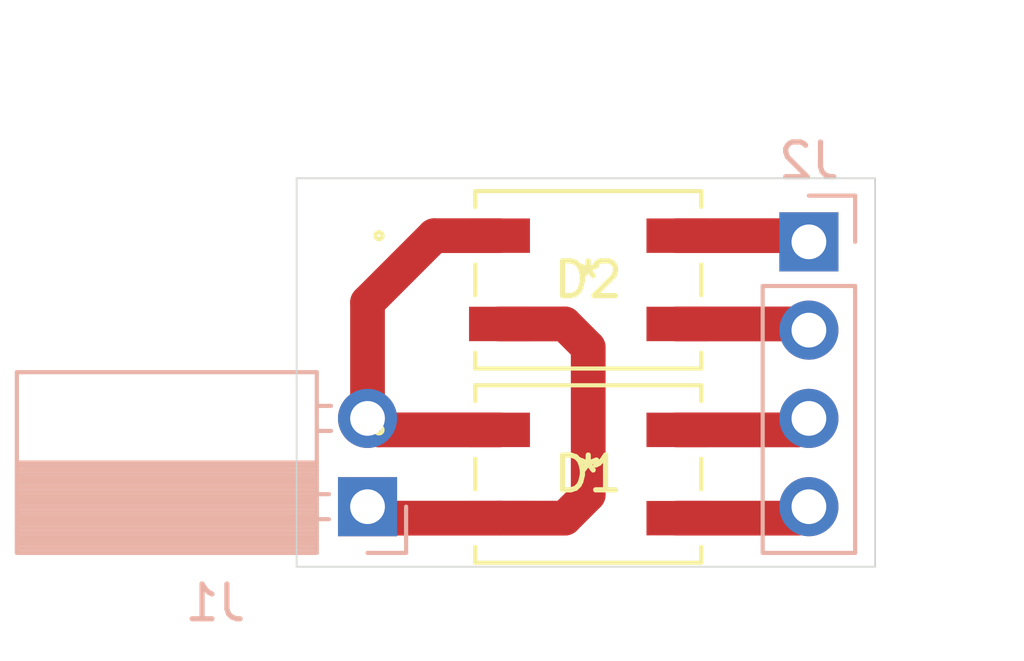
<source format=kicad_pcb>
(kicad_pcb (version 20171130) (host pcbnew 5.1.5+dfsg1-2build2)

  (general
    (thickness 1.6)
    (drawings 4)
    (tracks 20)
    (zones 0)
    (modules 4)
    (nets 7)
  )

  (page A4)
  (layers
    (0 F.Cu signal)
    (31 B.Cu signal)
    (32 B.Adhes user)
    (33 F.Adhes user)
    (34 B.Paste user)
    (35 F.Paste user)
    (36 B.SilkS user)
    (37 F.SilkS user)
    (38 B.Mask user)
    (39 F.Mask user)
    (40 Dwgs.User user)
    (41 Cmts.User user hide)
    (42 Eco1.User user)
    (43 Eco2.User user)
    (44 Edge.Cuts user)
    (45 Margin user)
    (46 B.CrtYd user)
    (47 F.CrtYd user)
    (48 B.Fab user)
    (49 F.Fab user)
  )

  (setup
    (last_trace_width 1)
    (user_trace_width 1)
    (trace_clearance 0.2)
    (zone_clearance 0.508)
    (zone_45_only no)
    (trace_min 0.2)
    (via_size 0.8)
    (via_drill 0.4)
    (via_min_size 0.4)
    (via_min_drill 0.3)
    (uvia_size 0.3)
    (uvia_drill 0.1)
    (uvias_allowed no)
    (uvia_min_size 0.2)
    (uvia_min_drill 0.1)
    (edge_width 0.05)
    (segment_width 0.2)
    (pcb_text_width 0.3)
    (pcb_text_size 1.5 1.5)
    (mod_edge_width 0.12)
    (mod_text_size 1 1)
    (mod_text_width 0.15)
    (pad_size 1.524 1.524)
    (pad_drill 0.762)
    (pad_to_mask_clearance 0.051)
    (solder_mask_min_width 0.25)
    (aux_axis_origin 0 0)
    (visible_elements FFFFFF7F)
    (pcbplotparams
      (layerselection 0x010fc_ffffffff)
      (usegerberextensions false)
      (usegerberattributes false)
      (usegerberadvancedattributes false)
      (creategerberjobfile false)
      (excludeedgelayer true)
      (linewidth 0.100000)
      (plotframeref false)
      (viasonmask false)
      (mode 1)
      (useauxorigin false)
      (hpglpennumber 1)
      (hpglpenspeed 20)
      (hpglpendiameter 15.000000)
      (psnegative false)
      (psa4output false)
      (plotreference true)
      (plotvalue true)
      (plotinvisibletext false)
      (padsonsilk false)
      (subtractmaskfromsilk false)
      (outputformat 1)
      (mirror false)
      (drillshape 1)
      (scaleselection 1)
      (outputdirectory ""))
  )

  (net 0 "")
  (net 1 POE+)
  (net 2 POE-)
  (net 3 "Net-(D1-Pad3)")
  (net 4 "Net-(D1-Pad2)")
  (net 5 "Net-(D2-Pad2)")
  (net 6 "Net-(D2-Pad3)")

  (net_class Default "This is the default net class."
    (clearance 0.2)
    (trace_width 0.25)
    (via_dia 0.8)
    (via_drill 0.4)
    (uvia_dia 0.3)
    (uvia_drill 0.1)
    (add_net "Net-(D1-Pad2)")
    (add_net "Net-(D1-Pad3)")
    (add_net "Net-(D2-Pad2)")
    (add_net "Net-(D2-Pad3)")
    (add_net POE+)
    (add_net POE-)
  )

  (module cd-hd2004:CD-HD2004 (layer F.Cu) (tedit 0) (tstamp 639B009E)
    (at 148.59 106.68)
    (path /639AA6E3)
    (fp_text reference D1 (at 0 0) (layer F.SilkS)
      (effects (font (size 1 1) (thickness 0.15)))
    )
    (fp_text value D_Bridge_+AA- (at 0 0) (layer F.SilkS) hide
      (effects (font (size 1 1) (thickness 0.15)))
    )
    (fp_text user "Copyright 2021 Accelerated Designs. All rights reserved." (at 0 0) (layer Cmts.User)
      (effects (font (size 0.127 0.127) (thickness 0.002)))
    )
    (fp_text user * (at 0 0) (layer F.SilkS)
      (effects (font (size 1 1) (thickness 0.15)))
    )
    (fp_text user * (at 0 0) (layer F.Fab)
      (effects (font (size 1 1) (thickness 0.15)))
    )
    (fp_text user 0.1in/2.54mm (at -5.6007 0) (layer Cmts.User)
      (effects (font (size 1 1) (thickness 0.15)))
    )
    (fp_text user 0.039in/0.991mm (at 5.6007 -1.27) (layer Cmts.User)
      (effects (font (size 1 1) (thickness 0.15)))
    )
    (fp_text user 0.201in/5.105mm (at 0 -4.8387) (layer Cmts.User)
      (effects (font (size 1 1) (thickness 0.15)))
    )
    (fp_text user 0.069in/1.753mm (at -2.5527 4.2037) (layer Cmts.User)
      (effects (font (size 1 1) (thickness 0.15)))
    )
    (fp_line (start -3.683 2.0193) (end -3.683 -2.0193) (layer F.CrtYd) (width 0.05))
    (fp_line (start -3.683 -2.0193) (end -3.3782 -2.0193) (layer F.CrtYd) (width 0.05))
    (fp_line (start 3.683 -2.0193) (end 3.3782 -2.0193) (layer F.CrtYd) (width 0.05))
    (fp_line (start 3.683 -2.0193) (end 3.683 2.0193) (layer F.CrtYd) (width 0.05))
    (fp_line (start 3.683 2.0193) (end 3.3782 2.0193) (layer F.CrtYd) (width 0.05))
    (fp_line (start -3.683 2.0193) (end -3.3782 2.0193) (layer F.CrtYd) (width 0.05))
    (fp_line (start -3.3782 2.6797) (end -3.3782 2.0193) (layer F.CrtYd) (width 0.05))
    (fp_line (start -3.3782 -2.0193) (end -3.3782 -2.6797) (layer F.CrtYd) (width 0.05))
    (fp_line (start -3.3782 -2.6797) (end 3.3782 -2.6797) (layer F.CrtYd) (width 0.05))
    (fp_line (start 3.3782 -2.6797) (end 3.3782 -2.0193) (layer F.CrtYd) (width 0.05))
    (fp_line (start 3.3782 2.0193) (end 3.3782 2.6797) (layer F.CrtYd) (width 0.05))
    (fp_line (start 3.3782 2.6797) (end -3.3782 2.6797) (layer F.CrtYd) (width 0.05))
    (fp_line (start -3.1242 -1.27) (end -3.1242 -8.001) (layer Cmts.User) (width 0.1))
    (fp_line (start 3.1242 -1.27) (end 3.1242 -8.001) (layer Cmts.User) (width 0.1))
    (fp_line (start -3.1242 -7.62) (end 3.1242 -7.62) (layer Cmts.User) (width 0.1))
    (fp_line (start -3.1242 -7.62) (end -2.8702 -7.747) (layer Cmts.User) (width 0.1))
    (fp_line (start -3.1242 -7.62) (end -2.8702 -7.493) (layer Cmts.User) (width 0.1))
    (fp_line (start -2.8702 -7.747) (end -2.8702 -7.493) (layer Cmts.User) (width 0.1))
    (fp_line (start 3.1242 -7.62) (end 2.8702 -7.747) (layer Cmts.User) (width 0.1))
    (fp_line (start 3.1242 -7.62) (end 2.8702 -7.493) (layer Cmts.User) (width 0.1))
    (fp_line (start 2.8702 -7.747) (end 2.8702 -7.493) (layer Cmts.User) (width 0.1))
    (fp_line (start -3.1242 -1.27) (end -3.1242 -4.191) (layer Cmts.User) (width 0.1))
    (fp_line (start -1.6764 -1.27) (end -1.6764 -4.191) (layer Cmts.User) (width 0.1))
    (fp_line (start -3.1242 -3.81) (end -4.3942 -3.81) (layer Cmts.User) (width 0.1))
    (fp_line (start -1.6764 -3.81) (end -0.4064 -3.81) (layer Cmts.User) (width 0.1))
    (fp_line (start -3.1242 -3.81) (end -3.3782 -3.937) (layer Cmts.User) (width 0.1))
    (fp_line (start -3.1242 -3.81) (end -3.3782 -3.683) (layer Cmts.User) (width 0.1))
    (fp_line (start -3.3782 -3.937) (end -3.3782 -3.683) (layer Cmts.User) (width 0.1))
    (fp_line (start -1.6764 -3.81) (end -1.4224 -3.937) (layer Cmts.User) (width 0.1))
    (fp_line (start -1.6764 -3.81) (end -1.4224 -3.683) (layer Cmts.User) (width 0.1))
    (fp_line (start -1.4224 -3.937) (end -1.4224 -3.683) (layer Cmts.User) (width 0.1))
    (fp_line (start -2.5527 -1.27) (end -5.4737 -1.27) (layer Cmts.User) (width 0.1))
    (fp_line (start -2.5527 1.27) (end -5.4737 1.27) (layer Cmts.User) (width 0.1))
    (fp_line (start -5.0927 -1.27) (end -5.0927 -2.54) (layer Cmts.User) (width 0.1))
    (fp_line (start -5.0927 1.27) (end -5.0927 2.54) (layer Cmts.User) (width 0.1))
    (fp_line (start -5.0927 -1.27) (end -5.2197 -1.524) (layer Cmts.User) (width 0.1))
    (fp_line (start -5.0927 -1.27) (end -4.9657 -1.524) (layer Cmts.User) (width 0.1))
    (fp_line (start -5.2197 -1.524) (end -4.9657 -1.524) (layer Cmts.User) (width 0.1))
    (fp_line (start -5.0927 1.27) (end -5.2197 1.524) (layer Cmts.User) (width 0.1))
    (fp_line (start -5.0927 1.27) (end -4.9657 1.524) (layer Cmts.User) (width 0.1))
    (fp_line (start -5.2197 1.524) (end -4.9657 1.524) (layer Cmts.User) (width 0.1))
    (fp_line (start 3.1242 -2.4257) (end 5.4737 -2.4257) (layer Cmts.User) (width 0.1))
    (fp_line (start 3.1242 2.4257) (end 5.4737 2.4257) (layer Cmts.User) (width 0.1))
    (fp_line (start 5.0927 -2.4257) (end 5.0927 2.4257) (layer Cmts.User) (width 0.1))
    (fp_line (start 5.0927 -2.4257) (end 4.9657 -2.1717) (layer Cmts.User) (width 0.1))
    (fp_line (start 5.0927 -2.4257) (end 5.2197 -2.1717) (layer Cmts.User) (width 0.1))
    (fp_line (start 4.9657 -2.1717) (end 5.2197 -2.1717) (layer Cmts.User) (width 0.1))
    (fp_line (start 5.0927 2.4257) (end 4.9657 2.1717) (layer Cmts.User) (width 0.1))
    (fp_line (start 5.0927 2.4257) (end 5.2197 2.1717) (layer Cmts.User) (width 0.1))
    (fp_line (start 4.9657 2.1717) (end 5.2197 2.1717) (layer Cmts.User) (width 0.1))
    (fp_line (start -3.1242 2.4257) (end -3.1242 5.3467) (layer Cmts.User) (width 0.1))
    (fp_line (start 3.1242 2.4257) (end 3.1242 5.3467) (layer Cmts.User) (width 0.1))
    (fp_line (start -3.1242 4.9657) (end 3.1242 4.9657) (layer Cmts.User) (width 0.1))
    (fp_line (start -3.1242 4.9657) (end -2.8702 4.8387) (layer Cmts.User) (width 0.1))
    (fp_line (start -3.1242 4.9657) (end -2.8702 5.0927) (layer Cmts.User) (width 0.1))
    (fp_line (start -2.8702 4.8387) (end -2.8702 5.0927) (layer Cmts.User) (width 0.1))
    (fp_line (start 3.1242 4.9657) (end 2.8702 4.8387) (layer Cmts.User) (width 0.1))
    (fp_line (start 3.1242 4.9657) (end 2.8702 5.0927) (layer Cmts.User) (width 0.1))
    (fp_line (start 2.8702 4.8387) (end 2.8702 5.0927) (layer Cmts.User) (width 0.1))
    (fp_line (start -3.2512 2.5527) (end 3.2512 2.5527) (layer F.SilkS) (width 0.12))
    (fp_line (start 3.2512 2.5527) (end 3.2512 2.09804) (layer F.SilkS) (width 0.12))
    (fp_line (start 3.2512 -2.5527) (end -3.2512 -2.5527) (layer F.SilkS) (width 0.12))
    (fp_line (start -3.2512 -2.5527) (end -3.2512 -2.09804) (layer F.SilkS) (width 0.12))
    (fp_line (start -3.1242 2.4257) (end 3.1242 2.4257) (layer F.Fab) (width 0.1))
    (fp_line (start 3.1242 2.4257) (end 3.1242 -2.4257) (layer F.Fab) (width 0.1))
    (fp_line (start 3.1242 -2.4257) (end -3.1242 -2.4257) (layer F.Fab) (width 0.1))
    (fp_line (start -3.1242 -2.4257) (end -3.1242 2.4257) (layer F.Fab) (width 0.1))
    (fp_line (start -3.2512 -0.44196) (end -3.2512 0.44196) (layer F.SilkS) (width 0.12))
    (fp_line (start -3.2512 2.09804) (end -3.2512 2.5527) (layer F.SilkS) (width 0.12))
    (fp_line (start 3.2512 0.44196) (end 3.2512 -0.44196) (layer F.SilkS) (width 0.12))
    (fp_line (start 3.2512 -2.09804) (end 3.2512 -2.5527) (layer F.SilkS) (width 0.12))
    (fp_line (start -3.683 2.0193) (end -3.683 -2.0193) (layer F.CrtYd) (width 0.05))
    (fp_line (start -3.683 -2.0193) (end -3.3782 -2.0193) (layer F.CrtYd) (width 0.05))
    (fp_line (start -3.3782 -2.0193) (end -3.3782 -2.6797) (layer F.CrtYd) (width 0.05))
    (fp_line (start -3.3782 -2.6797) (end 3.3782 -2.6797) (layer F.CrtYd) (width 0.05))
    (fp_line (start 3.3782 -2.6797) (end 3.3782 -2.0193) (layer F.CrtYd) (width 0.05))
    (fp_line (start 3.3782 -2.0193) (end 3.683 -2.0193) (layer F.CrtYd) (width 0.05))
    (fp_line (start 3.683 -2.0193) (end 3.683 2.0193) (layer F.CrtYd) (width 0.05))
    (fp_line (start 3.683 2.0193) (end 3.3782 2.0193) (layer F.CrtYd) (width 0.05))
    (fp_line (start 3.3782 2.0193) (end 3.3782 2.6797) (layer F.CrtYd) (width 0.05))
    (fp_line (start 3.3782 2.6797) (end -3.3782 2.6797) (layer F.CrtYd) (width 0.05))
    (fp_line (start -3.3782 2.6797) (end -3.3782 2.0193) (layer F.CrtYd) (width 0.05))
    (fp_line (start -3.3782 2.0193) (end -3.683 2.0193) (layer F.CrtYd) (width 0.05))
    (fp_arc (start 0 -2.4257) (end -0.3048 -2.4257) (angle -180) (layer F.Fab) (width 0.1))
    (fp_circle (center -6.0198 -1.27) (end -5.9182 -1.27) (layer F.SilkS) (width 0.12))
    (fp_circle (center -1.6764 -1.27) (end -1.6002 -1.27) (layer F.Fab) (width 0.1))
    (pad 1 smd rect (at -2.5527 -1.27) (size 1.7526 0.9906) (layers F.Cu F.Paste F.Mask)
      (net 1 POE+))
    (pad 4 smd rect (at -2.5527 1.27) (size 1.7526 0.9906) (layers F.Cu F.Paste F.Mask)
      (net 2 POE-))
    (pad 3 smd rect (at 2.5527 1.27) (size 1.7526 0.9906) (layers F.Cu F.Paste F.Mask)
      (net 3 "Net-(D1-Pad3)"))
    (pad 2 smd rect (at 2.5527 -1.27) (size 1.7526 0.9906) (layers F.Cu F.Paste F.Mask)
      (net 4 "Net-(D1-Pad2)"))
  )

  (module cd-hd2004:CD-HD2004 (layer F.Cu) (tedit 0) (tstamp 639B1304)
    (at 148.59 101.092)
    (path /639AAAC7)
    (fp_text reference D2 (at 0 0) (layer F.SilkS)
      (effects (font (size 1 1) (thickness 0.15)))
    )
    (fp_text value D_Bridge_+AA- (at 0 0) (layer F.SilkS) hide
      (effects (font (size 1 1) (thickness 0.15)))
    )
    (fp_circle (center -1.6764 -1.27) (end -1.6002 -1.27) (layer F.Fab) (width 0.1))
    (fp_circle (center -6.0198 -1.27) (end -5.9182 -1.27) (layer F.SilkS) (width 0.12))
    (fp_arc (start 0 -2.4257) (end -0.3048 -2.4257) (angle -180) (layer F.Fab) (width 0.1))
    (fp_line (start -3.3782 2.0193) (end -3.683 2.0193) (layer F.CrtYd) (width 0.05))
    (fp_line (start -3.3782 2.6797) (end -3.3782 2.0193) (layer F.CrtYd) (width 0.05))
    (fp_line (start 3.3782 2.6797) (end -3.3782 2.6797) (layer F.CrtYd) (width 0.05))
    (fp_line (start 3.3782 2.0193) (end 3.3782 2.6797) (layer F.CrtYd) (width 0.05))
    (fp_line (start 3.683 2.0193) (end 3.3782 2.0193) (layer F.CrtYd) (width 0.05))
    (fp_line (start 3.683 -2.0193) (end 3.683 2.0193) (layer F.CrtYd) (width 0.05))
    (fp_line (start 3.3782 -2.0193) (end 3.683 -2.0193) (layer F.CrtYd) (width 0.05))
    (fp_line (start 3.3782 -2.6797) (end 3.3782 -2.0193) (layer F.CrtYd) (width 0.05))
    (fp_line (start -3.3782 -2.6797) (end 3.3782 -2.6797) (layer F.CrtYd) (width 0.05))
    (fp_line (start -3.3782 -2.0193) (end -3.3782 -2.6797) (layer F.CrtYd) (width 0.05))
    (fp_line (start -3.683 -2.0193) (end -3.3782 -2.0193) (layer F.CrtYd) (width 0.05))
    (fp_line (start -3.683 2.0193) (end -3.683 -2.0193) (layer F.CrtYd) (width 0.05))
    (fp_line (start 3.2512 -2.09804) (end 3.2512 -2.5527) (layer F.SilkS) (width 0.12))
    (fp_line (start 3.2512 0.44196) (end 3.2512 -0.44196) (layer F.SilkS) (width 0.12))
    (fp_line (start -3.2512 2.09804) (end -3.2512 2.5527) (layer F.SilkS) (width 0.12))
    (fp_line (start -3.2512 -0.44196) (end -3.2512 0.44196) (layer F.SilkS) (width 0.12))
    (fp_line (start -3.1242 -2.4257) (end -3.1242 2.4257) (layer F.Fab) (width 0.1))
    (fp_line (start 3.1242 -2.4257) (end -3.1242 -2.4257) (layer F.Fab) (width 0.1))
    (fp_line (start 3.1242 2.4257) (end 3.1242 -2.4257) (layer F.Fab) (width 0.1))
    (fp_line (start -3.1242 2.4257) (end 3.1242 2.4257) (layer F.Fab) (width 0.1))
    (fp_line (start -3.2512 -2.5527) (end -3.2512 -2.09804) (layer F.SilkS) (width 0.12))
    (fp_line (start 3.2512 -2.5527) (end -3.2512 -2.5527) (layer F.SilkS) (width 0.12))
    (fp_line (start 3.2512 2.5527) (end 3.2512 2.09804) (layer F.SilkS) (width 0.12))
    (fp_line (start -3.2512 2.5527) (end 3.2512 2.5527) (layer F.SilkS) (width 0.12))
    (fp_line (start 2.8702 4.8387) (end 2.8702 5.0927) (layer Cmts.User) (width 0.1))
    (fp_line (start 3.1242 4.9657) (end 2.8702 5.0927) (layer Cmts.User) (width 0.1))
    (fp_line (start 3.1242 4.9657) (end 2.8702 4.8387) (layer Cmts.User) (width 0.1))
    (fp_line (start -2.8702 4.8387) (end -2.8702 5.0927) (layer Cmts.User) (width 0.1))
    (fp_line (start -3.1242 4.9657) (end -2.8702 5.0927) (layer Cmts.User) (width 0.1))
    (fp_line (start -3.1242 4.9657) (end -2.8702 4.8387) (layer Cmts.User) (width 0.1))
    (fp_line (start -3.1242 4.9657) (end 3.1242 4.9657) (layer Cmts.User) (width 0.1))
    (fp_line (start 3.1242 2.4257) (end 3.1242 5.3467) (layer Cmts.User) (width 0.1))
    (fp_line (start -3.1242 2.4257) (end -3.1242 5.3467) (layer Cmts.User) (width 0.1))
    (fp_line (start 4.9657 2.1717) (end 5.2197 2.1717) (layer Cmts.User) (width 0.1))
    (fp_line (start 5.0927 2.4257) (end 5.2197 2.1717) (layer Cmts.User) (width 0.1))
    (fp_line (start 5.0927 2.4257) (end 4.9657 2.1717) (layer Cmts.User) (width 0.1))
    (fp_line (start 4.9657 -2.1717) (end 5.2197 -2.1717) (layer Cmts.User) (width 0.1))
    (fp_line (start 5.0927 -2.4257) (end 5.2197 -2.1717) (layer Cmts.User) (width 0.1))
    (fp_line (start 5.0927 -2.4257) (end 4.9657 -2.1717) (layer Cmts.User) (width 0.1))
    (fp_line (start 5.0927 -2.4257) (end 5.0927 2.4257) (layer Cmts.User) (width 0.1))
    (fp_line (start 3.1242 2.4257) (end 5.4737 2.4257) (layer Cmts.User) (width 0.1))
    (fp_line (start 3.1242 -2.4257) (end 5.4737 -2.4257) (layer Cmts.User) (width 0.1))
    (fp_line (start -5.2197 1.524) (end -4.9657 1.524) (layer Cmts.User) (width 0.1))
    (fp_line (start -5.0927 1.27) (end -4.9657 1.524) (layer Cmts.User) (width 0.1))
    (fp_line (start -5.0927 1.27) (end -5.2197 1.524) (layer Cmts.User) (width 0.1))
    (fp_line (start -5.2197 -1.524) (end -4.9657 -1.524) (layer Cmts.User) (width 0.1))
    (fp_line (start -5.0927 -1.27) (end -4.9657 -1.524) (layer Cmts.User) (width 0.1))
    (fp_line (start -5.0927 -1.27) (end -5.2197 -1.524) (layer Cmts.User) (width 0.1))
    (fp_line (start -5.0927 1.27) (end -5.0927 2.54) (layer Cmts.User) (width 0.1))
    (fp_line (start -5.0927 -1.27) (end -5.0927 -2.54) (layer Cmts.User) (width 0.1))
    (fp_line (start -2.5527 1.27) (end -5.4737 1.27) (layer Cmts.User) (width 0.1))
    (fp_line (start -2.5527 -1.27) (end -5.4737 -1.27) (layer Cmts.User) (width 0.1))
    (fp_line (start -1.4224 -3.937) (end -1.4224 -3.683) (layer Cmts.User) (width 0.1))
    (fp_line (start -1.6764 -3.81) (end -1.4224 -3.683) (layer Cmts.User) (width 0.1))
    (fp_line (start -1.6764 -3.81) (end -1.4224 -3.937) (layer Cmts.User) (width 0.1))
    (fp_line (start -3.3782 -3.937) (end -3.3782 -3.683) (layer Cmts.User) (width 0.1))
    (fp_line (start -3.1242 -3.81) (end -3.3782 -3.683) (layer Cmts.User) (width 0.1))
    (fp_line (start -3.1242 -3.81) (end -3.3782 -3.937) (layer Cmts.User) (width 0.1))
    (fp_line (start -1.6764 -3.81) (end -0.4064 -3.81) (layer Cmts.User) (width 0.1))
    (fp_line (start -3.1242 -3.81) (end -4.3942 -3.81) (layer Cmts.User) (width 0.1))
    (fp_line (start -1.6764 -1.27) (end -1.6764 -4.191) (layer Cmts.User) (width 0.1))
    (fp_line (start -3.1242 -1.27) (end -3.1242 -4.191) (layer Cmts.User) (width 0.1))
    (fp_line (start 2.8702 -7.747) (end 2.8702 -7.493) (layer Cmts.User) (width 0.1))
    (fp_line (start 3.1242 -7.62) (end 2.8702 -7.493) (layer Cmts.User) (width 0.1))
    (fp_line (start 3.1242 -7.62) (end 2.8702 -7.747) (layer Cmts.User) (width 0.1))
    (fp_line (start -2.8702 -7.747) (end -2.8702 -7.493) (layer Cmts.User) (width 0.1))
    (fp_line (start -3.1242 -7.62) (end -2.8702 -7.493) (layer Cmts.User) (width 0.1))
    (fp_line (start -3.1242 -7.62) (end -2.8702 -7.747) (layer Cmts.User) (width 0.1))
    (fp_line (start -3.1242 -7.62) (end 3.1242 -7.62) (layer Cmts.User) (width 0.1))
    (fp_line (start 3.1242 -1.27) (end 3.1242 -8.001) (layer Cmts.User) (width 0.1))
    (fp_line (start -3.1242 -1.27) (end -3.1242 -8.001) (layer Cmts.User) (width 0.1))
    (fp_line (start 3.3782 2.6797) (end -3.3782 2.6797) (layer F.CrtYd) (width 0.05))
    (fp_line (start 3.3782 2.0193) (end 3.3782 2.6797) (layer F.CrtYd) (width 0.05))
    (fp_line (start 3.3782 -2.6797) (end 3.3782 -2.0193) (layer F.CrtYd) (width 0.05))
    (fp_line (start -3.3782 -2.6797) (end 3.3782 -2.6797) (layer F.CrtYd) (width 0.05))
    (fp_line (start -3.3782 -2.0193) (end -3.3782 -2.6797) (layer F.CrtYd) (width 0.05))
    (fp_line (start -3.3782 2.6797) (end -3.3782 2.0193) (layer F.CrtYd) (width 0.05))
    (fp_line (start -3.683 2.0193) (end -3.3782 2.0193) (layer F.CrtYd) (width 0.05))
    (fp_line (start 3.683 2.0193) (end 3.3782 2.0193) (layer F.CrtYd) (width 0.05))
    (fp_line (start 3.683 -2.0193) (end 3.683 2.0193) (layer F.CrtYd) (width 0.05))
    (fp_line (start 3.683 -2.0193) (end 3.3782 -2.0193) (layer F.CrtYd) (width 0.05))
    (fp_line (start -3.683 -2.0193) (end -3.3782 -2.0193) (layer F.CrtYd) (width 0.05))
    (fp_line (start -3.683 2.0193) (end -3.683 -2.0193) (layer F.CrtYd) (width 0.05))
    (fp_text user 0.069in/1.753mm (at -2.5527 4.2037) (layer Cmts.User)
      (effects (font (size 1 1) (thickness 0.15)))
    )
    (fp_text user 0.201in/5.105mm (at 0 -4.8387) (layer Cmts.User)
      (effects (font (size 1 1) (thickness 0.15)))
    )
    (fp_text user 0.039in/0.991mm (at 5.6007 -1.27) (layer Cmts.User)
      (effects (font (size 1 1) (thickness 0.15)))
    )
    (fp_text user 0.1in/2.54mm (at -5.6007 0) (layer Cmts.User)
      (effects (font (size 1 1) (thickness 0.15)))
    )
    (fp_text user * (at 0 0) (layer F.Fab)
      (effects (font (size 1 1) (thickness 0.15)))
    )
    (fp_text user * (at 0 0) (layer F.SilkS)
      (effects (font (size 1 1) (thickness 0.15)))
    )
    (fp_text user "Copyright 2021 Accelerated Designs. All rights reserved." (at 0 0) (layer Cmts.User)
      (effects (font (size 0.127 0.127) (thickness 0.002)))
    )
    (pad 2 smd rect (at 2.5527 -1.27) (size 1.7526 0.9906) (layers F.Cu F.Paste F.Mask)
      (net 5 "Net-(D2-Pad2)"))
    (pad 3 smd rect (at 2.5527 1.27) (size 1.7526 0.9906) (layers F.Cu F.Paste F.Mask)
      (net 6 "Net-(D2-Pad3)"))
    (pad 4 smd rect (at -2.5527 1.27) (size 1.7526 0.9906) (layers F.Cu F.Paste F.Mask)
      (net 2 POE-))
    (pad 1 smd rect (at -2.5527 -1.27) (size 1.7526 0.9906) (layers F.Cu F.Paste F.Mask)
      (net 1 POE+))
  )

  (module Connector_PinSocket_2.54mm:PinSocket_1x02_P2.54mm_Horizontal (layer B.Cu) (tedit 5A19A41B) (tstamp 639B0139)
    (at 142.24 107.62)
    (descr "Through hole angled socket strip, 1x02, 2.54mm pitch, 8.51mm socket length, single row (from Kicad 4.0.7), script generated")
    (tags "Through hole angled socket strip THT 1x02 2.54mm single row")
    (path /639AC614)
    (fp_text reference J1 (at -4.38 2.77) (layer B.SilkS)
      (effects (font (size 1 1) (thickness 0.15)) (justify mirror))
    )
    (fp_text value Conn_01x02 (at -4.38 -5.31) (layer B.Fab)
      (effects (font (size 1 1) (thickness 0.15)) (justify mirror))
    )
    (fp_line (start -10.03 1.27) (end -2.49 1.27) (layer B.Fab) (width 0.1))
    (fp_line (start -2.49 1.27) (end -1.52 0.3) (layer B.Fab) (width 0.1))
    (fp_line (start -1.52 0.3) (end -1.52 -3.81) (layer B.Fab) (width 0.1))
    (fp_line (start -1.52 -3.81) (end -10.03 -3.81) (layer B.Fab) (width 0.1))
    (fp_line (start -10.03 -3.81) (end -10.03 1.27) (layer B.Fab) (width 0.1))
    (fp_line (start 0 0.3) (end -1.52 0.3) (layer B.Fab) (width 0.1))
    (fp_line (start -1.52 -0.3) (end 0 -0.3) (layer B.Fab) (width 0.1))
    (fp_line (start 0 -0.3) (end 0 0.3) (layer B.Fab) (width 0.1))
    (fp_line (start 0 -2.24) (end -1.52 -2.24) (layer B.Fab) (width 0.1))
    (fp_line (start -1.52 -2.84) (end 0 -2.84) (layer B.Fab) (width 0.1))
    (fp_line (start 0 -2.84) (end 0 -2.24) (layer B.Fab) (width 0.1))
    (fp_line (start -10.09 1.21) (end -1.46 1.21) (layer B.SilkS) (width 0.12))
    (fp_line (start -10.09 1.091905) (end -1.46 1.091905) (layer B.SilkS) (width 0.12))
    (fp_line (start -10.09 0.97381) (end -1.46 0.97381) (layer B.SilkS) (width 0.12))
    (fp_line (start -10.09 0.855715) (end -1.46 0.855715) (layer B.SilkS) (width 0.12))
    (fp_line (start -10.09 0.73762) (end -1.46 0.73762) (layer B.SilkS) (width 0.12))
    (fp_line (start -10.09 0.619525) (end -1.46 0.619525) (layer B.SilkS) (width 0.12))
    (fp_line (start -10.09 0.50143) (end -1.46 0.50143) (layer B.SilkS) (width 0.12))
    (fp_line (start -10.09 0.383335) (end -1.46 0.383335) (layer B.SilkS) (width 0.12))
    (fp_line (start -10.09 0.26524) (end -1.46 0.26524) (layer B.SilkS) (width 0.12))
    (fp_line (start -10.09 0.147145) (end -1.46 0.147145) (layer B.SilkS) (width 0.12))
    (fp_line (start -10.09 0.02905) (end -1.46 0.02905) (layer B.SilkS) (width 0.12))
    (fp_line (start -10.09 -0.089045) (end -1.46 -0.089045) (layer B.SilkS) (width 0.12))
    (fp_line (start -10.09 -0.20714) (end -1.46 -0.20714) (layer B.SilkS) (width 0.12))
    (fp_line (start -10.09 -0.325235) (end -1.46 -0.325235) (layer B.SilkS) (width 0.12))
    (fp_line (start -10.09 -0.44333) (end -1.46 -0.44333) (layer B.SilkS) (width 0.12))
    (fp_line (start -10.09 -0.561425) (end -1.46 -0.561425) (layer B.SilkS) (width 0.12))
    (fp_line (start -10.09 -0.67952) (end -1.46 -0.67952) (layer B.SilkS) (width 0.12))
    (fp_line (start -10.09 -0.797615) (end -1.46 -0.797615) (layer B.SilkS) (width 0.12))
    (fp_line (start -10.09 -0.91571) (end -1.46 -0.91571) (layer B.SilkS) (width 0.12))
    (fp_line (start -10.09 -1.033805) (end -1.46 -1.033805) (layer B.SilkS) (width 0.12))
    (fp_line (start -10.09 -1.1519) (end -1.46 -1.1519) (layer B.SilkS) (width 0.12))
    (fp_line (start -1.46 0.36) (end -1.11 0.36) (layer B.SilkS) (width 0.12))
    (fp_line (start -1.46 -0.36) (end -1.11 -0.36) (layer B.SilkS) (width 0.12))
    (fp_line (start -1.46 -2.18) (end -1.05 -2.18) (layer B.SilkS) (width 0.12))
    (fp_line (start -1.46 -2.9) (end -1.05 -2.9) (layer B.SilkS) (width 0.12))
    (fp_line (start -10.09 -1.27) (end -1.46 -1.27) (layer B.SilkS) (width 0.12))
    (fp_line (start -10.09 1.33) (end -1.46 1.33) (layer B.SilkS) (width 0.12))
    (fp_line (start -1.46 1.33) (end -1.46 -3.87) (layer B.SilkS) (width 0.12))
    (fp_line (start -10.09 -3.87) (end -1.46 -3.87) (layer B.SilkS) (width 0.12))
    (fp_line (start -10.09 1.33) (end -10.09 -3.87) (layer B.SilkS) (width 0.12))
    (fp_line (start 1.11 1.33) (end 1.11 0) (layer B.SilkS) (width 0.12))
    (fp_line (start 0 1.33) (end 1.11 1.33) (layer B.SilkS) (width 0.12))
    (fp_line (start 1.75 1.75) (end -10.55 1.75) (layer B.CrtYd) (width 0.05))
    (fp_line (start -10.55 1.75) (end -10.55 -4.35) (layer B.CrtYd) (width 0.05))
    (fp_line (start -10.55 -4.35) (end 1.75 -4.35) (layer B.CrtYd) (width 0.05))
    (fp_line (start 1.75 -4.35) (end 1.75 1.75) (layer B.CrtYd) (width 0.05))
    (fp_text user %R (at -5.775 -1.27) (layer B.Fab)
      (effects (font (size 1 1) (thickness 0.15)) (justify mirror))
    )
    (pad 1 thru_hole rect (at 0 0) (size 1.7 1.7) (drill 1) (layers *.Cu *.Mask)
      (net 2 POE-))
    (pad 2 thru_hole oval (at 0 -2.54) (size 1.7 1.7) (drill 1) (layers *.Cu *.Mask)
      (net 1 POE+))
    (model ${KISYS3DMOD}/Connector_PinSocket_2.54mm.3dshapes/PinSocket_1x02_P2.54mm_Horizontal.wrl
      (at (xyz 0 0 0))
      (scale (xyz 1 1 1))
      (rotate (xyz 0 0 0))
    )
  )

  (module Connector_PinHeader_2.54mm:PinHeader_1x04_P2.54mm_Vertical (layer B.Cu) (tedit 59FED5CC) (tstamp 639B0151)
    (at 154.94 100 180)
    (descr "Through hole straight pin header, 1x04, 2.54mm pitch, single row")
    (tags "Through hole pin header THT 1x04 2.54mm single row")
    (path /639AB638)
    (fp_text reference J2 (at 0 2.33) (layer B.SilkS)
      (effects (font (size 1 1) (thickness 0.15)) (justify mirror))
    )
    (fp_text value Conn_01x04 (at 0 -9.95) (layer B.Fab)
      (effects (font (size 1 1) (thickness 0.15)) (justify mirror))
    )
    (fp_line (start -0.635 1.27) (end 1.27 1.27) (layer B.Fab) (width 0.1))
    (fp_line (start 1.27 1.27) (end 1.27 -8.89) (layer B.Fab) (width 0.1))
    (fp_line (start 1.27 -8.89) (end -1.27 -8.89) (layer B.Fab) (width 0.1))
    (fp_line (start -1.27 -8.89) (end -1.27 0.635) (layer B.Fab) (width 0.1))
    (fp_line (start -1.27 0.635) (end -0.635 1.27) (layer B.Fab) (width 0.1))
    (fp_line (start -1.33 -8.95) (end 1.33 -8.95) (layer B.SilkS) (width 0.12))
    (fp_line (start -1.33 -1.27) (end -1.33 -8.95) (layer B.SilkS) (width 0.12))
    (fp_line (start 1.33 -1.27) (end 1.33 -8.95) (layer B.SilkS) (width 0.12))
    (fp_line (start -1.33 -1.27) (end 1.33 -1.27) (layer B.SilkS) (width 0.12))
    (fp_line (start -1.33 0) (end -1.33 1.33) (layer B.SilkS) (width 0.12))
    (fp_line (start -1.33 1.33) (end 0 1.33) (layer B.SilkS) (width 0.12))
    (fp_line (start -1.8 1.8) (end -1.8 -9.4) (layer B.CrtYd) (width 0.05))
    (fp_line (start -1.8 -9.4) (end 1.8 -9.4) (layer B.CrtYd) (width 0.05))
    (fp_line (start 1.8 -9.4) (end 1.8 1.8) (layer B.CrtYd) (width 0.05))
    (fp_line (start 1.8 1.8) (end -1.8 1.8) (layer B.CrtYd) (width 0.05))
    (fp_text user %R (at 0 -3.81 270) (layer B.Fab)
      (effects (font (size 1 1) (thickness 0.15)) (justify mirror))
    )
    (pad 1 thru_hole rect (at 0 0 180) (size 1.7 1.7) (drill 1) (layers *.Cu *.Mask)
      (net 5 "Net-(D2-Pad2)"))
    (pad 2 thru_hole oval (at 0 -2.54 180) (size 1.7 1.7) (drill 1) (layers *.Cu *.Mask)
      (net 6 "Net-(D2-Pad3)"))
    (pad 3 thru_hole oval (at 0 -5.08 180) (size 1.7 1.7) (drill 1) (layers *.Cu *.Mask)
      (net 4 "Net-(D1-Pad2)"))
    (pad 4 thru_hole oval (at 0 -7.62 180) (size 1.7 1.7) (drill 1) (layers *.Cu *.Mask)
      (net 3 "Net-(D1-Pad3)"))
    (model ${KISYS3DMOD}/Connector_PinHeader_2.54mm.3dshapes/PinHeader_1x04_P2.54mm_Vertical.wrl
      (at (xyz 0 0 0))
      (scale (xyz 1 1 1))
      (rotate (xyz 0 0 0))
    )
  )

  (gr_line (start 140.2 98.171) (end 140.2 109.347) (layer Edge.Cuts) (width 0.05) (tstamp 639B1606))
  (gr_line (start 156.845 98.171) (end 140.2 98.171) (layer Edge.Cuts) (width 0.05))
  (gr_line (start 156.845 109.347) (end 156.845 98.171) (layer Edge.Cuts) (width 0.05))
  (gr_line (start 140.2 109.347) (end 156.845 109.347) (layer Edge.Cuts) (width 0.05))

  (segment (start 142.57 105.41) (end 142.24 105.08) (width 1) (layer F.Cu) (net 1))
  (segment (start 146.0373 105.41) (end 142.57 105.41) (width 1) (layer F.Cu) (net 1))
  (segment (start 144.161 99.822) (end 142.24 101.743) (width 1) (layer F.Cu) (net 1))
  (segment (start 146.0373 99.822) (end 144.161 99.822) (width 1) (layer F.Cu) (net 1))
  (segment (start 142.24 101.743) (end 142.24 105.08) (width 1) (layer F.Cu) (net 1))
  (segment (start 142.57 107.95) (end 142.24 107.62) (width 1) (layer F.Cu) (net 2))
  (segment (start 146.0373 107.95) (end 142.57 107.95) (width 1) (layer F.Cu) (net 2))
  (segment (start 147.9136 102.362) (end 148.59 103.0384) (width 1) (layer F.Cu) (net 2))
  (segment (start 146.0373 102.362) (end 147.9136 102.362) (width 1) (layer F.Cu) (net 2))
  (segment (start 148.59 107.2736) (end 147.9136 107.95) (width 1) (layer F.Cu) (net 2))
  (segment (start 147.9136 107.95) (end 146.0373 107.95) (width 1) (layer F.Cu) (net 2))
  (segment (start 148.59 103.0384) (end 148.59 107.2736) (width 1) (layer F.Cu) (net 2))
  (segment (start 154.61 107.95) (end 154.94 107.62) (width 1) (layer F.Cu) (net 3))
  (segment (start 151.1427 107.95) (end 154.61 107.95) (width 1) (layer F.Cu) (net 3))
  (segment (start 154.61 105.41) (end 154.94 105.08) (width 1) (layer F.Cu) (net 4))
  (segment (start 151.1427 105.41) (end 154.61 105.41) (width 1) (layer F.Cu) (net 4))
  (segment (start 154.762 99.822) (end 154.94 100) (width 1) (layer F.Cu) (net 5))
  (segment (start 151.1427 99.822) (end 154.762 99.822) (width 1) (layer F.Cu) (net 5))
  (segment (start 154.762 102.362) (end 154.94 102.54) (width 1) (layer F.Cu) (net 6))
  (segment (start 151.1427 102.362) (end 154.762 102.362) (width 1) (layer F.Cu) (net 6))

)

</source>
